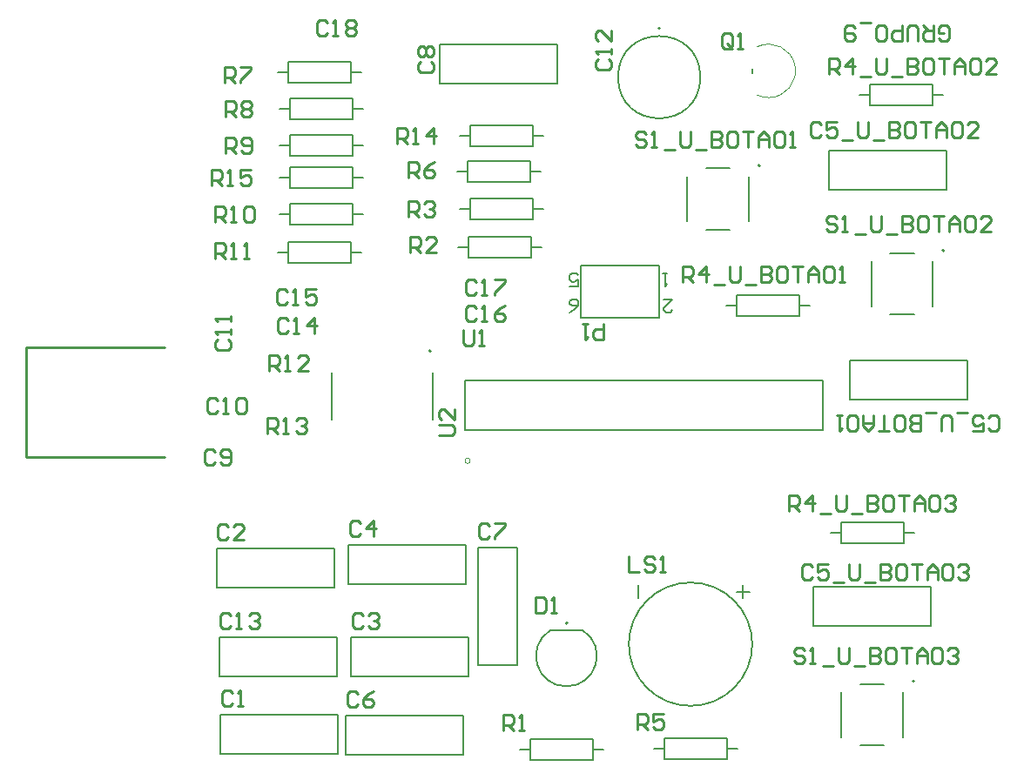
<source format=gto>
G04*
G04 #@! TF.GenerationSoftware,Altium Limited,Altium Designer,24.10.1 (45)*
G04*
G04 Layer_Color=65535*
%FSLAX44Y44*%
%MOMM*%
G71*
G04*
G04 #@! TF.SameCoordinates,03EB8B32-1028-4CD5-B254-22B402A092A0*
G04*
G04*
G04 #@! TF.FilePolarity,Positive*
G04*
G01*
G75*
%ADD10C,0.2000*%
%ADD11C,0.1270*%
%ADD12C,0.0000*%
%ADD13C,0.1524*%
%ADD14C,0.2540*%
%ADD15C,0.2032*%
D10*
X1161180Y408420D02*
G03*
X1161180Y408420I-1000J0D01*
G01*
X1190390Y827520D02*
G03*
X1190390Y827520I-1000J0D01*
G01*
X1011320Y910070D02*
G03*
X1011320Y910070I-1000J0D01*
G01*
X914130Y1043460D02*
G03*
X914130Y1043460I-1000J0D01*
G01*
X823960Y465070D02*
G03*
X823960Y465070I-1000J0D01*
G01*
X691240Y729650D02*
G03*
X691240Y729650I-1000J0D01*
G01*
X1062990Y500380D02*
X1177290D01*
X1062990Y462280D02*
Y500380D01*
Y462280D02*
X1177290D01*
Y500380D01*
X1078230Y924170D02*
X1192530D01*
X1078230Y886070D02*
Y924170D01*
Y886070D02*
X1192530D01*
Y924170D01*
X1098550Y681990D02*
X1212850D01*
Y720090D01*
X1098550D02*
X1212850D01*
X1098550Y681990D02*
Y720090D01*
X1079500Y552450D02*
X1089660D01*
X1150620D02*
X1160780D01*
X1089660Y562610D02*
X1150620D01*
X1089660Y542290D02*
Y562610D01*
Y542290D02*
X1150620D01*
Y562610D01*
X1107440Y978780D02*
X1117600D01*
X1178560D02*
X1188720D01*
X1117600Y988940D02*
X1178560D01*
X1117600Y968620D02*
Y988940D01*
Y968620D02*
X1178560D01*
Y988940D01*
X977900Y773430D02*
X988060D01*
X1049020D02*
X1059180D01*
X988060Y783590D02*
X1049020D01*
X988060Y763270D02*
Y783590D01*
Y763270D02*
X1049020D01*
Y783590D01*
X836930Y812800D02*
X885613D01*
X836930D02*
X913130D01*
X836930Y762000D02*
X913130D01*
Y812800D01*
X836930Y762000D02*
Y812800D01*
X699770Y1027430D02*
X814070D01*
X699770Y989330D02*
Y1027430D01*
Y989330D02*
X814070D01*
Y1027430D01*
X600710Y337820D02*
Y375920D01*
X486410Y337820D02*
X600710D01*
X486410D02*
Y375920D01*
X600710D01*
X722630Y336550D02*
Y374650D01*
X608330Y336550D02*
X722630D01*
X608330D02*
Y374650D01*
X722630D01*
X596900Y499110D02*
Y537210D01*
X482600Y499110D02*
X596900D01*
X482600D02*
Y537210D01*
X596900D01*
X725170Y502920D02*
Y541020D01*
X610870Y502920D02*
X725170D01*
X610870D02*
Y541020D01*
X725170D01*
X613410Y412750D02*
Y450850D01*
X727710D01*
Y412750D02*
Y450850D01*
X613410Y412750D02*
X727710D01*
X736600Y538480D02*
X774700D01*
Y424180D02*
Y538480D01*
X736600Y424180D02*
X774700D01*
X736600D02*
Y538480D01*
X979170Y332740D02*
Y353060D01*
X918210Y332740D02*
X979170D01*
X918210D02*
Y353060D01*
X979170D01*
Y342900D02*
X989330D01*
X908050D02*
X918210D01*
X789940Y857250D02*
Y877570D01*
X728980Y857250D02*
X789940D01*
X728980D02*
Y877570D01*
X789940D01*
Y867410D02*
X800100D01*
X718820D02*
X728980D01*
X599440Y412750D02*
Y450850D01*
X485140Y412750D02*
X599440D01*
X485140D02*
Y450850D01*
X599440D01*
X848360Y331470D02*
Y351790D01*
X787400Y331470D02*
X848360D01*
X787400D02*
Y351790D01*
X848360D01*
Y341630D02*
X858520D01*
X777240D02*
X787400D01*
X727710Y820420D02*
Y840740D01*
X788670D01*
Y820420D02*
Y840740D01*
X727710Y820420D02*
X788670D01*
X717550Y830580D02*
X727710D01*
X788670D02*
X798830D01*
X552450Y815340D02*
Y835660D01*
X613410D01*
Y815340D02*
Y835660D01*
X552450Y815340D02*
X613410D01*
X542290Y825500D02*
X552450D01*
X613410D02*
X623570D01*
X553720Y852170D02*
Y872490D01*
X614680D01*
Y852170D02*
Y872490D01*
X553720Y852170D02*
X614680D01*
X543560Y862330D02*
X553720D01*
X614680D02*
X624840D01*
X553720Y919480D02*
Y939800D01*
X614680D01*
Y919480D02*
Y939800D01*
X553720Y919480D02*
X614680D01*
X543560Y929640D02*
X553720D01*
X614680D02*
X624840D01*
X553720Y955040D02*
Y975360D01*
X614680D01*
Y955040D02*
Y975360D01*
X553720Y955040D02*
X614680D01*
X543560Y965200D02*
X553720D01*
X614680D02*
X624840D01*
X552450Y990600D02*
Y1010920D01*
X613410D01*
Y990600D02*
Y1010920D01*
X552450Y990600D02*
X613410D01*
X542290Y1000760D02*
X552450D01*
X613410D02*
X623570D01*
X787400Y894080D02*
Y914400D01*
X726440Y894080D02*
X787400D01*
X726440D02*
Y914400D01*
X787400D01*
Y904240D02*
X797560D01*
X716280D02*
X726440D01*
X728980Y928370D02*
Y948690D01*
X789940D01*
Y928370D02*
Y948690D01*
X728980Y928370D02*
X789940D01*
X718820Y938530D02*
X728980D01*
X789940D02*
X800100D01*
X614680Y887730D02*
Y908050D01*
X553720Y887730D02*
X614680D01*
X553720D02*
Y908050D01*
X614680D01*
Y897890D02*
X624840D01*
X543560D02*
X553720D01*
D11*
X953130Y995960D02*
G03*
X953130Y995960I-40000J0D01*
G01*
X807300Y458070D02*
G03*
X838620Y458070I15660J-25061D01*
G01*
X1003610Y444500D02*
G03*
X1003610Y444500I-60000J0D01*
G01*
X1108380Y405920D02*
X1131900D01*
X1090140Y354160D02*
Y397680D01*
X1108380Y345920D02*
X1131900D01*
X1150140Y354160D02*
Y397680D01*
X1137590Y825020D02*
X1161110D01*
X1119350Y773260D02*
Y816780D01*
X1137590Y765020D02*
X1161110D01*
X1179350Y773260D02*
Y816780D01*
X958520Y907570D02*
X982040D01*
X940280Y855810D02*
Y899330D01*
X958520Y847570D02*
X982040D01*
X1000280Y855810D02*
Y899330D01*
X807300Y458070D02*
X838620D01*
X994410Y488950D02*
Y501650D01*
X988060Y495300D02*
X1000760D01*
X892810Y488950D02*
Y501650D01*
X594890Y663300D02*
Y708300D01*
X692890Y663300D02*
Y708300D01*
D12*
X1019712Y976122D02*
G03*
X1008723Y1025694I0J26004D01*
G01*
X1008392Y978656D02*
G03*
X1019824Y976122I11431J24515D01*
G01*
X729430Y622910D02*
G03*
X729430Y622910I-2540J0D01*
G01*
D13*
X1004062Y999744D02*
Y1003808D01*
X723890Y700710D02*
X1071890D01*
X723890Y653110D02*
X1071890D01*
Y700710D01*
X723890Y653110D02*
Y700710D01*
D14*
X297180Y626110D02*
X332105D01*
X401955D01*
X297180D02*
Y732790D01*
X431800D01*
X401955Y626110D02*
X431800D01*
X1184913Y1033785D02*
X1187452Y1031246D01*
X1192531D01*
X1195070Y1033785D01*
Y1043942D01*
X1192531Y1046481D01*
X1187452D01*
X1184913Y1043942D01*
Y1038863D01*
X1189992D01*
X1179835Y1046481D02*
Y1031246D01*
X1172217D01*
X1169678Y1033785D01*
Y1038863D01*
X1172217Y1041403D01*
X1179835D01*
X1174757D02*
X1169678Y1046481D01*
X1164600Y1031246D02*
Y1043942D01*
X1162061Y1046481D01*
X1156982D01*
X1154443Y1043942D01*
Y1031246D01*
X1149365Y1046481D02*
Y1031246D01*
X1141747D01*
X1139208Y1033785D01*
Y1038863D01*
X1141747Y1041403D01*
X1149365D01*
X1126512Y1031246D02*
X1131590D01*
X1134130Y1033785D01*
Y1043942D01*
X1131590Y1046481D01*
X1126512D01*
X1123973Y1043942D01*
Y1033785D01*
X1126512Y1031246D01*
X1118895Y1049020D02*
X1108738D01*
X1103660Y1043942D02*
X1101120Y1046481D01*
X1096042D01*
X1093503Y1043942D01*
Y1033785D01*
X1096042Y1031246D01*
X1101120D01*
X1103660Y1033785D01*
Y1036324D01*
X1101120Y1038863D01*
X1093503D01*
X698503Y647704D02*
X711198D01*
X713737Y650243D01*
Y655322D01*
X711198Y657861D01*
X698503D01*
X713737Y673096D02*
Y662939D01*
X703581Y673096D01*
X701042D01*
X698503Y670557D01*
Y665478D01*
X701042Y662939D01*
X722630Y750311D02*
Y737615D01*
X725169Y735076D01*
X730247D01*
X732787Y737615D01*
Y750311D01*
X737865Y735076D02*
X742943D01*
X740404D01*
Y750311D01*
X737865Y747772D01*
X1054123Y438148D02*
X1051583Y440687D01*
X1046505D01*
X1043966Y438148D01*
Y435609D01*
X1046505Y433070D01*
X1051583D01*
X1054123Y430530D01*
Y427991D01*
X1051583Y425452D01*
X1046505D01*
X1043966Y427991D01*
X1059201Y425452D02*
X1064279D01*
X1061740D01*
Y440687D01*
X1059201Y438148D01*
X1071897Y422913D02*
X1082054D01*
X1087132Y440687D02*
Y427991D01*
X1089671Y425452D01*
X1094749D01*
X1097289Y427991D01*
Y440687D01*
X1102367Y422913D02*
X1112524D01*
X1117602Y440687D02*
Y425452D01*
X1125220D01*
X1127759Y427991D01*
Y430530D01*
X1125220Y433070D01*
X1117602D01*
X1125220D01*
X1127759Y435609D01*
Y438148D01*
X1125220Y440687D01*
X1117602D01*
X1140455D02*
X1135376D01*
X1132837Y438148D01*
Y427991D01*
X1135376Y425452D01*
X1140455D01*
X1142994Y427991D01*
Y438148D01*
X1140455Y440687D01*
X1148072D02*
X1158229D01*
X1153151D01*
Y425452D01*
X1163307D02*
Y435609D01*
X1168386Y440687D01*
X1173464Y435609D01*
Y425452D01*
Y433070D01*
X1163307D01*
X1186160Y440687D02*
X1181081D01*
X1178542Y438148D01*
Y427991D01*
X1181081Y425452D01*
X1186160D01*
X1188699Y427991D01*
Y438148D01*
X1186160Y440687D01*
X1193777Y438148D02*
X1196317Y440687D01*
X1201395D01*
X1203934Y438148D01*
Y435609D01*
X1201395Y433070D01*
X1198856D01*
X1201395D01*
X1203934Y430530D01*
Y427991D01*
X1201395Y425452D01*
X1196317D01*
X1193777Y427991D01*
X1085873Y858518D02*
X1083333Y861057D01*
X1078255D01*
X1075716Y858518D01*
Y855979D01*
X1078255Y853440D01*
X1083333D01*
X1085873Y850900D01*
Y848361D01*
X1083333Y845822D01*
X1078255D01*
X1075716Y848361D01*
X1090951Y845822D02*
X1096029D01*
X1093490D01*
Y861057D01*
X1090951Y858518D01*
X1103647Y843283D02*
X1113804D01*
X1118882Y861057D02*
Y848361D01*
X1121421Y845822D01*
X1126499D01*
X1129039Y848361D01*
Y861057D01*
X1134117Y843283D02*
X1144274D01*
X1149352Y861057D02*
Y845822D01*
X1156970D01*
X1159509Y848361D01*
Y850900D01*
X1156970Y853440D01*
X1149352D01*
X1156970D01*
X1159509Y855979D01*
Y858518D01*
X1156970Y861057D01*
X1149352D01*
X1172205D02*
X1167126D01*
X1164587Y858518D01*
Y848361D01*
X1167126Y845822D01*
X1172205D01*
X1174744Y848361D01*
Y858518D01*
X1172205Y861057D01*
X1179822D02*
X1189979D01*
X1184901D01*
Y845822D01*
X1195057D02*
Y855979D01*
X1200136Y861057D01*
X1205214Y855979D01*
Y845822D01*
Y853440D01*
X1195057D01*
X1217910Y861057D02*
X1212831D01*
X1210292Y858518D01*
Y848361D01*
X1212831Y845822D01*
X1217910D01*
X1220449Y848361D01*
Y858518D01*
X1217910Y861057D01*
X1235684Y845822D02*
X1225527D01*
X1235684Y855979D01*
Y858518D01*
X1233145Y861057D01*
X1228067D01*
X1225527Y858518D01*
X900812Y940318D02*
X898273Y942857D01*
X893194D01*
X890655Y940318D01*
Y937779D01*
X893194Y935240D01*
X898273D01*
X900812Y932700D01*
Y930161D01*
X898273Y927622D01*
X893194D01*
X890655Y930161D01*
X905890Y927622D02*
X910968D01*
X908429D01*
Y942857D01*
X905890Y940318D01*
X918586Y925083D02*
X928743D01*
X933821Y942857D02*
Y930161D01*
X936360Y927622D01*
X941439D01*
X943978Y930161D01*
Y942857D01*
X949056Y925083D02*
X959213D01*
X964291Y942857D02*
Y927622D01*
X971909D01*
X974448Y930161D01*
Y932700D01*
X971909Y935240D01*
X964291D01*
X971909D01*
X974448Y937779D01*
Y940318D01*
X971909Y942857D01*
X964291D01*
X987144D02*
X982066D01*
X979526Y940318D01*
Y930161D01*
X982066Y927622D01*
X987144D01*
X989683Y930161D01*
Y940318D01*
X987144Y942857D01*
X994761D02*
X1004918D01*
X999840D01*
Y927622D01*
X1009996D02*
Y937779D01*
X1015075Y942857D01*
X1020153Y937779D01*
Y927622D01*
Y935240D01*
X1009996D01*
X1032849Y942857D02*
X1027771D01*
X1025231Y940318D01*
Y930161D01*
X1027771Y927622D01*
X1032849D01*
X1035388Y930161D01*
Y940318D01*
X1032849Y942857D01*
X1040467Y927622D02*
X1045545D01*
X1043006D01*
Y942857D01*
X1040467Y940318D01*
X477526Y890273D02*
Y905508D01*
X485144D01*
X487683Y902968D01*
Y897890D01*
X485144Y895351D01*
X477526D01*
X482604D02*
X487683Y890273D01*
X492761D02*
X497840D01*
X495300D01*
Y905508D01*
X492761Y902968D01*
X515614Y905508D02*
X505457D01*
Y897890D01*
X510536Y900429D01*
X513075D01*
X515614Y897890D01*
Y892812D01*
X513075Y890273D01*
X507996D01*
X505457Y892812D01*
X657866Y930912D02*
Y946148D01*
X665484D01*
X668023Y943608D01*
Y938530D01*
X665484Y935991D01*
X657866D01*
X662944D02*
X668023Y930912D01*
X673101D02*
X678180D01*
X675640D01*
Y946148D01*
X673101Y943608D01*
X693415Y930912D02*
Y946148D01*
X685797Y938530D01*
X695954D01*
X532136Y648972D02*
Y664208D01*
X539754D01*
X542293Y661668D01*
Y656590D01*
X539754Y654051D01*
X532136D01*
X537215D02*
X542293Y648972D01*
X547371D02*
X552450D01*
X549910D01*
Y664208D01*
X547371Y661668D01*
X560067D02*
X562606Y664208D01*
X567685D01*
X570224Y661668D01*
Y659129D01*
X567685Y656590D01*
X565145D01*
X567685D01*
X570224Y654051D01*
Y651512D01*
X567685Y648972D01*
X562606D01*
X560067Y651512D01*
X533406Y709932D02*
Y725167D01*
X541024D01*
X543563Y722628D01*
Y717550D01*
X541024Y715011D01*
X533406D01*
X538484D02*
X543563Y709932D01*
X548641D02*
X553720D01*
X551180D01*
Y725167D01*
X548641Y722628D01*
X571494Y709932D02*
X561337D01*
X571494Y720089D01*
Y722628D01*
X568955Y725167D01*
X563876D01*
X561337Y722628D01*
X481335Y819153D02*
Y834388D01*
X488953D01*
X491492Y831848D01*
Y826770D01*
X488953Y824231D01*
X481335D01*
X486414D02*
X491492Y819153D01*
X496570D02*
X501649D01*
X499110D01*
Y834388D01*
X496570Y831848D01*
X509266Y819153D02*
X514345D01*
X511805D01*
Y834388D01*
X509266Y831848D01*
X481336Y854713D02*
Y869948D01*
X488954D01*
X491493Y867408D01*
Y862330D01*
X488954Y859791D01*
X481336D01*
X486414D02*
X491493Y854713D01*
X496571D02*
X501650D01*
X499110D01*
Y869948D01*
X496571Y867408D01*
X509267D02*
X511806Y869948D01*
X516885D01*
X519424Y867408D01*
Y857252D01*
X516885Y854713D01*
X511806D01*
X509267Y857252D01*
Y867408D01*
X491494Y922022D02*
Y937258D01*
X499112D01*
X501651Y934718D01*
Y929640D01*
X499112Y927101D01*
X491494D01*
X496572D02*
X501651Y922022D01*
X506729Y924562D02*
X509268Y922022D01*
X514347D01*
X516886Y924562D01*
Y934718D01*
X514347Y937258D01*
X509268D01*
X506729Y934718D01*
Y932179D01*
X509268Y929640D01*
X516886D01*
X491494Y957582D02*
Y972818D01*
X499112D01*
X501651Y970278D01*
Y965200D01*
X499112Y962661D01*
X491494D01*
X496572D02*
X501651Y957582D01*
X506729Y970278D02*
X509268Y972818D01*
X514347D01*
X516886Y970278D01*
Y967739D01*
X514347Y965200D01*
X516886Y962661D01*
Y960122D01*
X514347Y957582D01*
X509268D01*
X506729Y960122D01*
Y962661D01*
X509268Y965200D01*
X506729Y967739D01*
Y970278D01*
X509268Y965200D02*
X514347D01*
X490224Y990602D02*
Y1005837D01*
X497842D01*
X500381Y1003298D01*
Y998220D01*
X497842Y995681D01*
X490224D01*
X495303D02*
X500381Y990602D01*
X505459Y1005837D02*
X515616D01*
Y1003298D01*
X505459Y993142D01*
Y990602D01*
X669294Y897893D02*
Y913128D01*
X676912D01*
X679451Y910588D01*
Y905510D01*
X676912Y902971D01*
X669294D01*
X674372D02*
X679451Y897893D01*
X694686Y913128D02*
X689607Y910588D01*
X684529Y905510D01*
Y900432D01*
X687068Y897893D01*
X692147D01*
X694686Y900432D01*
Y902971D01*
X692147Y905510D01*
X684529D01*
X892302Y361696D02*
Y376931D01*
X899920D01*
X902459Y374392D01*
Y369314D01*
X899920Y366774D01*
X892302D01*
X897380D02*
X902459Y361696D01*
X917694Y376931D02*
X907537D01*
Y369314D01*
X912615Y371853D01*
X915155D01*
X917694Y369314D01*
Y364235D01*
X915155Y361696D01*
X910076D01*
X907537Y364235D01*
X1038886Y574042D02*
Y589277D01*
X1046504D01*
X1049043Y586738D01*
Y581660D01*
X1046504Y579120D01*
X1038886D01*
X1043965D02*
X1049043Y574042D01*
X1061739D02*
Y589277D01*
X1054121Y581660D01*
X1064278D01*
X1069356Y571503D02*
X1079513D01*
X1084592Y589277D02*
Y576581D01*
X1087131Y574042D01*
X1092209D01*
X1094748Y576581D01*
Y589277D01*
X1099827Y571503D02*
X1109983D01*
X1115062Y589277D02*
Y574042D01*
X1122679D01*
X1125218Y576581D01*
Y579120D01*
X1122679Y581660D01*
X1115062D01*
X1122679D01*
X1125218Y584199D01*
Y586738D01*
X1122679Y589277D01*
X1115062D01*
X1137914D02*
X1132836D01*
X1130297Y586738D01*
Y576581D01*
X1132836Y574042D01*
X1137914D01*
X1140453Y576581D01*
Y586738D01*
X1137914Y589277D01*
X1145532D02*
X1155688D01*
X1150610D01*
Y574042D01*
X1160767D02*
Y584199D01*
X1165845Y589277D01*
X1170924Y584199D01*
Y574042D01*
Y581660D01*
X1160767D01*
X1183620Y589277D02*
X1178541D01*
X1176002Y586738D01*
Y576581D01*
X1178541Y574042D01*
X1183620D01*
X1186159Y576581D01*
Y586738D01*
X1183620Y589277D01*
X1191237Y586738D02*
X1193776Y589277D01*
X1198855D01*
X1201394Y586738D01*
Y584199D01*
X1198855Y581660D01*
X1196315D01*
X1198855D01*
X1201394Y579120D01*
Y576581D01*
X1198855Y574042D01*
X1193776D01*
X1191237Y576581D01*
X1078256Y999102D02*
Y1014337D01*
X1085874D01*
X1088413Y1011798D01*
Y1006720D01*
X1085874Y1004180D01*
X1078256D01*
X1083335D02*
X1088413Y999102D01*
X1101109D02*
Y1014337D01*
X1093491Y1006720D01*
X1103648D01*
X1108726Y996563D02*
X1118883D01*
X1123961Y1014337D02*
Y1001641D01*
X1126501Y999102D01*
X1131579D01*
X1134118Y1001641D01*
Y1014337D01*
X1139197Y996563D02*
X1149353D01*
X1154432Y1014337D02*
Y999102D01*
X1162049D01*
X1164588Y1001641D01*
Y1004180D01*
X1162049Y1006720D01*
X1154432D01*
X1162049D01*
X1164588Y1009259D01*
Y1011798D01*
X1162049Y1014337D01*
X1154432D01*
X1177284D02*
X1172206D01*
X1169667Y1011798D01*
Y1001641D01*
X1172206Y999102D01*
X1177284D01*
X1179823Y1001641D01*
Y1011798D01*
X1177284Y1014337D01*
X1184902D02*
X1195059D01*
X1189980D01*
Y999102D01*
X1200137D02*
Y1009259D01*
X1205215Y1014337D01*
X1210294Y1009259D01*
Y999102D01*
Y1006720D01*
X1200137D01*
X1222990Y1014337D02*
X1217911D01*
X1215372Y1011798D01*
Y1001641D01*
X1217911Y999102D01*
X1222990D01*
X1225529Y1001641D01*
Y1011798D01*
X1222990Y1014337D01*
X1240764Y999102D02*
X1230607D01*
X1240764Y1009259D01*
Y1011798D01*
X1238224Y1014337D01*
X1233146D01*
X1230607Y1011798D01*
X936015Y796292D02*
Y811527D01*
X943633D01*
X946172Y808988D01*
Y803910D01*
X943633Y801370D01*
X936015D01*
X941094D02*
X946172Y796292D01*
X958868D02*
Y811527D01*
X951251Y803910D01*
X961407D01*
X966486Y793753D02*
X976642D01*
X981721Y811527D02*
Y798831D01*
X984260Y796292D01*
X989338D01*
X991877Y798831D01*
Y811527D01*
X996956Y793753D02*
X1007113D01*
X1012191Y811527D02*
Y796292D01*
X1019808D01*
X1022348Y798831D01*
Y801370D01*
X1019808Y803910D01*
X1012191D01*
X1019808D01*
X1022348Y806449D01*
Y808988D01*
X1019808Y811527D01*
X1012191D01*
X1035043D02*
X1029965D01*
X1027426Y808988D01*
Y798831D01*
X1029965Y796292D01*
X1035043D01*
X1037583Y798831D01*
Y808988D01*
X1035043Y811527D01*
X1042661D02*
X1052818D01*
X1047739D01*
Y796292D01*
X1057896D02*
Y806449D01*
X1062974Y811527D01*
X1068053Y806449D01*
Y796292D01*
Y803910D01*
X1057896D01*
X1080749Y811527D02*
X1075670D01*
X1073131Y808988D01*
Y798831D01*
X1075670Y796292D01*
X1080749D01*
X1083288Y798831D01*
Y808988D01*
X1080749Y811527D01*
X1088366Y796292D02*
X1093445D01*
X1090905D01*
Y811527D01*
X1088366Y808988D01*
X669294Y859792D02*
Y875027D01*
X676912D01*
X679451Y872488D01*
Y867410D01*
X676912Y864871D01*
X669294D01*
X674372D02*
X679451Y859792D01*
X684529Y872488D02*
X687068Y875027D01*
X692147D01*
X694686Y872488D01*
Y869949D01*
X692147Y867410D01*
X689607D01*
X692147D01*
X694686Y864871D01*
Y862332D01*
X692147Y859792D01*
X687068D01*
X684529Y862332D01*
X670564Y825502D02*
Y840738D01*
X678182D01*
X680721Y838198D01*
Y833120D01*
X678182Y830581D01*
X670564D01*
X675642D02*
X680721Y825502D01*
X695956D02*
X685799D01*
X695956Y835659D01*
Y838198D01*
X693417Y840738D01*
X688338D01*
X685799Y838198D01*
X761492Y360426D02*
Y375661D01*
X769109D01*
X771649Y373122D01*
Y368044D01*
X769109Y365504D01*
X761492D01*
X766570D02*
X771649Y360426D01*
X776727D02*
X781805D01*
X779266D01*
Y375661D01*
X776727Y373122D01*
X984250Y1026162D02*
Y1036318D01*
X981711Y1038857D01*
X976633D01*
X974093Y1036318D01*
Y1026162D01*
X976633Y1023623D01*
X981711D01*
X979172Y1028701D02*
X984250Y1023623D01*
X981711D02*
X984250Y1026162D01*
X989328Y1023623D02*
X994407D01*
X991868D01*
Y1038857D01*
X989328Y1036318D01*
X858517Y755648D02*
Y740412D01*
X850899D01*
X848360Y742952D01*
Y748030D01*
X850899Y750569D01*
X858517D01*
X843282Y755648D02*
X838203D01*
X840742D01*
Y740412D01*
X843282Y742952D01*
X883412Y530093D02*
Y514858D01*
X893569D01*
X908804Y527554D02*
X906265Y530093D01*
X901186D01*
X898647Y527554D01*
Y525015D01*
X901186Y522476D01*
X906265D01*
X908804Y519936D01*
Y517397D01*
X906265Y514858D01*
X901186D01*
X898647Y517397D01*
X913882Y514858D02*
X918960D01*
X916421D01*
Y530093D01*
X913882Y527554D01*
X793242Y489961D02*
Y474726D01*
X800860D01*
X803399Y477265D01*
Y487422D01*
X800860Y489961D01*
X793242D01*
X808477Y474726D02*
X813555D01*
X811016D01*
Y489961D01*
X808477Y487422D01*
X590553Y1049018D02*
X588014Y1051557D01*
X582935D01*
X580396Y1049018D01*
Y1038862D01*
X582935Y1036322D01*
X588014D01*
X590553Y1038862D01*
X595631Y1036322D02*
X600710D01*
X598170D01*
Y1051557D01*
X595631Y1049018D01*
X608327D02*
X610866Y1051557D01*
X615945D01*
X618484Y1049018D01*
Y1046479D01*
X615945Y1043940D01*
X618484Y1041401D01*
Y1038862D01*
X615945Y1036322D01*
X610866D01*
X608327Y1038862D01*
Y1041401D01*
X610866Y1043940D01*
X608327Y1046479D01*
Y1049018D01*
X610866Y1043940D02*
X615945D01*
X735593Y796288D02*
X733054Y798828D01*
X727975D01*
X725436Y796288D01*
Y786132D01*
X727975Y783593D01*
X733054D01*
X735593Y786132D01*
X740671Y783593D02*
X745750D01*
X743211D01*
Y798828D01*
X740671Y796288D01*
X753367Y798828D02*
X763524D01*
Y796288D01*
X753367Y786132D01*
Y783593D01*
X735333Y770888D02*
X732794Y773428D01*
X727715D01*
X725176Y770888D01*
Y760732D01*
X727715Y758193D01*
X732794D01*
X735333Y760732D01*
X740411Y758193D02*
X745490D01*
X742950D01*
Y773428D01*
X740411Y770888D01*
X763264Y773428D02*
X758186Y770888D01*
X753107Y765810D01*
Y760732D01*
X755646Y758193D01*
X760725D01*
X763264Y760732D01*
Y763271D01*
X760725Y765810D01*
X753107D01*
X551183Y787398D02*
X548644Y789938D01*
X543565D01*
X541026Y787398D01*
Y777242D01*
X543565Y774703D01*
X548644D01*
X551183Y777242D01*
X556261Y774703D02*
X561340D01*
X558800D01*
Y789938D01*
X556261Y787398D01*
X579114Y789938D02*
X568957D01*
Y782320D01*
X574035Y784859D01*
X576575D01*
X579114Y782320D01*
Y777242D01*
X576575Y774703D01*
X571496D01*
X568957Y777242D01*
X552453Y759458D02*
X549914Y761998D01*
X544835D01*
X542296Y759458D01*
Y749302D01*
X544835Y746762D01*
X549914D01*
X552453Y749302D01*
X557531Y746762D02*
X562610D01*
X560070D01*
Y761998D01*
X557531Y759458D01*
X577845Y746762D02*
Y761998D01*
X570227Y754380D01*
X580384D01*
X496821Y472182D02*
X494282Y474721D01*
X489203D01*
X486664Y472182D01*
Y462025D01*
X489203Y459486D01*
X494282D01*
X496821Y462025D01*
X501899Y459486D02*
X506977D01*
X504438D01*
Y474721D01*
X501899Y472182D01*
X514595D02*
X517134Y474721D01*
X522212D01*
X524752Y472182D01*
Y469643D01*
X522212Y467104D01*
X519673D01*
X522212D01*
X524752Y464564D01*
Y462025D01*
X522212Y459486D01*
X517134D01*
X514595Y462025D01*
X853442Y1013463D02*
X850902Y1010924D01*
Y1005845D01*
X853442Y1003306D01*
X863598D01*
X866137Y1005845D01*
Y1010924D01*
X863598Y1013463D01*
X866137Y1018541D02*
Y1023620D01*
Y1021080D01*
X850902D01*
X853442Y1018541D01*
X866137Y1041394D02*
Y1031237D01*
X855981Y1041394D01*
X853442D01*
X850902Y1038855D01*
Y1033776D01*
X853442Y1031237D01*
X484002Y740412D02*
X481463Y737873D01*
Y732794D01*
X484002Y730255D01*
X494158D01*
X496698Y732794D01*
Y737873D01*
X494158Y740412D01*
X496698Y745490D02*
Y750569D01*
Y748030D01*
X481463D01*
X484002Y745490D01*
X496698Y758186D02*
Y763265D01*
Y760725D01*
X481463D01*
X484002Y758186D01*
X483873Y681728D02*
X481334Y684267D01*
X476255D01*
X473716Y681728D01*
Y671572D01*
X476255Y669032D01*
X481334D01*
X483873Y671572D01*
X488951Y669032D02*
X494030D01*
X491490D01*
Y684267D01*
X488951Y681728D01*
X501647D02*
X504186Y684267D01*
X509265D01*
X511804Y681728D01*
Y671572D01*
X509265Y669032D01*
X504186D01*
X501647Y671572D01*
Y681728D01*
X481331Y631188D02*
X478792Y633727D01*
X473713D01*
X471174Y631188D01*
Y621032D01*
X473713Y618493D01*
X478792D01*
X481331Y621032D01*
X486409D02*
X488948Y618493D01*
X494027D01*
X496566Y621032D01*
Y631188D01*
X494027Y633727D01*
X488948D01*
X486409Y631188D01*
Y628649D01*
X488948Y626110D01*
X496566D01*
X680722Y1010921D02*
X678183Y1008382D01*
Y1003303D01*
X680722Y1000764D01*
X690878D01*
X693418Y1003303D01*
Y1008382D01*
X690878Y1010921D01*
X680722Y1015999D02*
X678183Y1018538D01*
Y1023617D01*
X680722Y1026156D01*
X683261D01*
X685800Y1023617D01*
X688339Y1026156D01*
X690878D01*
X693418Y1023617D01*
Y1018538D01*
X690878Y1015999D01*
X688339D01*
X685800Y1018538D01*
X683261Y1015999D01*
X680722D01*
X685800Y1018538D02*
Y1023617D01*
X748281Y559812D02*
X745742Y562351D01*
X740663D01*
X738124Y559812D01*
Y549655D01*
X740663Y547116D01*
X745742D01*
X748281Y549655D01*
X753359Y562351D02*
X763516D01*
Y559812D01*
X753359Y549655D01*
Y547116D01*
X620011Y395982D02*
X617472Y398521D01*
X612393D01*
X609854Y395982D01*
Y385825D01*
X612393Y383286D01*
X617472D01*
X620011Y385825D01*
X635246Y398521D02*
X630167Y395982D01*
X625089Y390904D01*
Y385825D01*
X627628Y383286D01*
X632707D01*
X635246Y385825D01*
Y388364D01*
X632707Y390904D01*
X625089D01*
X1061743Y519428D02*
X1059204Y521967D01*
X1054126D01*
X1051586Y519428D01*
Y509271D01*
X1054126Y506732D01*
X1059204D01*
X1061743Y509271D01*
X1076978Y521967D02*
X1066821D01*
Y514350D01*
X1071900Y516889D01*
X1074439D01*
X1076978Y514350D01*
Y509271D01*
X1074439Y506732D01*
X1069361D01*
X1066821Y509271D01*
X1082056Y504193D02*
X1092213D01*
X1097291Y521967D02*
Y509271D01*
X1099831Y506732D01*
X1104909D01*
X1107448Y509271D01*
Y521967D01*
X1112527Y504193D02*
X1122683D01*
X1127762Y521967D02*
Y506732D01*
X1135379D01*
X1137918Y509271D01*
Y511810D01*
X1135379Y514350D01*
X1127762D01*
X1135379D01*
X1137918Y516889D01*
Y519428D01*
X1135379Y521967D01*
X1127762D01*
X1150614D02*
X1145536D01*
X1142997Y519428D01*
Y509271D01*
X1145536Y506732D01*
X1150614D01*
X1153153Y509271D01*
Y519428D01*
X1150614Y521967D01*
X1158232D02*
X1168389D01*
X1163310D01*
Y506732D01*
X1173467D02*
Y516889D01*
X1178545Y521967D01*
X1183624Y516889D01*
Y506732D01*
Y514350D01*
X1173467D01*
X1196320Y521967D02*
X1191241D01*
X1188702Y519428D01*
Y509271D01*
X1191241Y506732D01*
X1196320D01*
X1198859Y509271D01*
Y519428D01*
X1196320Y521967D01*
X1203937Y519428D02*
X1206476Y521967D01*
X1211554D01*
X1214094Y519428D01*
Y516889D01*
X1211554Y514350D01*
X1209015D01*
X1211554D01*
X1214094Y511810D01*
Y509271D01*
X1211554Y506732D01*
X1206476D01*
X1203937Y509271D01*
X1070633Y949568D02*
X1068094Y952107D01*
X1063016D01*
X1060476Y949568D01*
Y939411D01*
X1063016Y936872D01*
X1068094D01*
X1070633Y939411D01*
X1085868Y952107D02*
X1075711D01*
Y944490D01*
X1080790Y947029D01*
X1083329D01*
X1085868Y944490D01*
Y939411D01*
X1083329Y936872D01*
X1078251D01*
X1075711Y939411D01*
X1090946Y934333D02*
X1101103D01*
X1106181Y952107D02*
Y939411D01*
X1108721Y936872D01*
X1113799D01*
X1116338Y939411D01*
Y952107D01*
X1121417Y934333D02*
X1131573D01*
X1136652Y952107D02*
Y936872D01*
X1144269D01*
X1146808Y939411D01*
Y941950D01*
X1144269Y944490D01*
X1136652D01*
X1144269D01*
X1146808Y947029D01*
Y949568D01*
X1144269Y952107D01*
X1136652D01*
X1159504D02*
X1154426D01*
X1151887Y949568D01*
Y939411D01*
X1154426Y936872D01*
X1159504D01*
X1162043Y939411D01*
Y949568D01*
X1159504Y952107D01*
X1167122D02*
X1177279D01*
X1172200D01*
Y936872D01*
X1182357D02*
Y947029D01*
X1187435Y952107D01*
X1192514Y947029D01*
Y936872D01*
Y944490D01*
X1182357D01*
X1205210Y952107D02*
X1200131D01*
X1197592Y949568D01*
Y939411D01*
X1200131Y936872D01*
X1205210D01*
X1207749Y939411D01*
Y949568D01*
X1205210Y952107D01*
X1222984Y936872D02*
X1212827D01*
X1222984Y947029D01*
Y949568D01*
X1220444Y952107D01*
X1215366D01*
X1212827Y949568D01*
X1233148Y654052D02*
X1235687Y651513D01*
X1240765D01*
X1243305Y654052D01*
Y664209D01*
X1240765Y666748D01*
X1235687D01*
X1233148Y664209D01*
X1217913Y651513D02*
X1228070D01*
Y659130D01*
X1222991Y656591D01*
X1220452D01*
X1217913Y659130D01*
Y664209D01*
X1220452Y666748D01*
X1225530D01*
X1228070Y664209D01*
X1212834Y669287D02*
X1202678D01*
X1197599Y651513D02*
Y664209D01*
X1195060Y666748D01*
X1189982D01*
X1187443Y664209D01*
Y651513D01*
X1182364Y669287D02*
X1172207D01*
X1167129Y651513D02*
Y666748D01*
X1159512D01*
X1156972Y664209D01*
Y661669D01*
X1159512Y659130D01*
X1167129D01*
X1159512D01*
X1156972Y656591D01*
Y654052D01*
X1159512Y651513D01*
X1167129D01*
X1144277D02*
X1149355D01*
X1151894Y654052D01*
Y664209D01*
X1149355Y666748D01*
X1144277D01*
X1141737Y664209D01*
Y654052D01*
X1144277Y651513D01*
X1136659D02*
X1126502D01*
X1131581D01*
Y666748D01*
X1121424D02*
Y656591D01*
X1116346Y651513D01*
X1111267Y656591D01*
Y666748D01*
Y659130D01*
X1121424D01*
X1098571Y651513D02*
X1103650D01*
X1106189Y654052D01*
Y664209D01*
X1103650Y666748D01*
X1098571D01*
X1096032Y664209D01*
Y654052D01*
X1098571Y651513D01*
X1090954Y666748D02*
X1085875D01*
X1088415D01*
Y651513D01*
X1090954Y654052D01*
X622551Y562352D02*
X620011Y564891D01*
X614933D01*
X612394Y562352D01*
Y552195D01*
X614933Y549656D01*
X620011D01*
X622551Y552195D01*
X635247Y549656D02*
Y564891D01*
X627629Y557273D01*
X637786D01*
X625091Y472182D02*
X622551Y474721D01*
X617473D01*
X614934Y472182D01*
Y462025D01*
X617473Y459486D01*
X622551D01*
X625091Y462025D01*
X630169Y472182D02*
X632708Y474721D01*
X637787D01*
X640326Y472182D01*
Y469643D01*
X637787Y467104D01*
X635247D01*
X637787D01*
X640326Y464564D01*
Y462025D01*
X637787Y459486D01*
X632708D01*
X630169Y462025D01*
X494281Y558542D02*
X491741Y561081D01*
X486663D01*
X484124Y558542D01*
Y548385D01*
X486663Y545846D01*
X491741D01*
X494281Y548385D01*
X509516Y545846D02*
X499359D01*
X509516Y556003D01*
Y558542D01*
X506977Y561081D01*
X501898D01*
X499359Y558542D01*
X498091Y397252D02*
X495551Y399791D01*
X490473D01*
X487934Y397252D01*
Y387095D01*
X490473Y384556D01*
X495551D01*
X498091Y387095D01*
X503169Y384556D02*
X508247D01*
X505708D01*
Y399791D01*
X503169Y397252D01*
D15*
X920750Y805180D02*
X916518D01*
X918634D01*
Y792484D01*
X920750Y794600D01*
X917366Y779780D02*
X925830D01*
X917366Y771316D01*
Y769200D01*
X919482Y767084D01*
X923714D01*
X925830Y769200D01*
X825926Y792484D02*
X834390D01*
Y798832D01*
X830158Y796716D01*
X828042D01*
X825926Y798832D01*
Y803064D01*
X828042Y805180D01*
X832274D01*
X834390Y803064D01*
X825926Y767084D02*
X830158Y769200D01*
X834390Y773432D01*
Y777664D01*
X832274Y779780D01*
X828042D01*
X825926Y777664D01*
Y775548D01*
X828042Y773432D01*
X834390D01*
M02*

</source>
